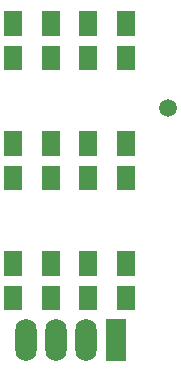
<source format=gbs>
G04 #@! TF.GenerationSoftware,KiCad,Pcbnew,6.0.10-86aedd382b~118~ubuntu22.04.1*
G04 #@! TF.CreationDate,2023-01-28T15:28:02-08:00*
G04 #@! TF.ProjectId,esp8266-dongle,65737038-3236-4362-9d64-6f6e676c652e,rev?*
G04 #@! TF.SameCoordinates,Original*
G04 #@! TF.FileFunction,Soldermask,Bot*
G04 #@! TF.FilePolarity,Negative*
%FSLAX46Y46*%
G04 Gerber Fmt 4.6, Leading zero omitted, Abs format (unit mm)*
G04 Created by KiCad (PCBNEW 6.0.10-86aedd382b~118~ubuntu22.04.1) date 2023-01-28 15:28:02*
%MOMM*%
%LPD*%
G01*
G04 APERTURE LIST*
G04 Aperture macros list*
%AMFreePoly0*
4,1,6,1.000000,0.000000,0.500000,-0.750000,-0.500000,-0.750000,-0.500000,0.750000,0.500000,0.750000,1.000000,0.000000,1.000000,0.000000,$1*%
G04 Aperture macros list end*
%ADD10R,1.800000X3.600000*%
%ADD11O,1.800000X3.600000*%
%ADD12R,1.500000X1.500000*%
%ADD13FreePoly0,90.000000*%
%ADD14FreePoly0,270.000000*%
%ADD15C,1.500000*%
G04 APERTURE END LIST*
D10*
G04 #@! TO.C,J1*
X120000000Y-106600000D03*
D11*
X117460000Y-106600000D03*
X114920000Y-106600000D03*
X112380000Y-106600000D03*
G04 #@! TD*
D12*
G04 #@! TO.C,JP9*
X111275000Y-100400000D03*
X111275000Y-102800000D03*
D13*
X111275000Y-103600000D03*
D14*
X111275000Y-99600000D03*
G04 #@! TD*
D15*
G04 #@! TO.C,TP1*
X124400000Y-86950000D03*
G04 #@! TD*
D12*
G04 #@! TO.C,JP4*
X120800000Y-90240000D03*
X120800000Y-92640000D03*
D13*
X120800000Y-93440000D03*
D14*
X120800000Y-89440000D03*
G04 #@! TD*
D12*
G04 #@! TO.C,JP7*
X114450000Y-92640000D03*
X114450000Y-90240000D03*
D13*
X114450000Y-93440000D03*
D14*
X114450000Y-89440000D03*
G04 #@! TD*
D12*
G04 #@! TO.C,JP12*
X117625000Y-100400000D03*
X117625000Y-102800000D03*
D13*
X117625000Y-103600000D03*
D14*
X117625000Y-99600000D03*
G04 #@! TD*
D12*
G04 #@! TO.C,JP8*
X117625000Y-92640000D03*
X117625000Y-90240000D03*
D13*
X117625000Y-93440000D03*
D14*
X117625000Y-89440000D03*
G04 #@! TD*
D12*
G04 #@! TO.C,JP5*
X114450000Y-80080000D03*
X114450000Y-82480000D03*
D13*
X114450000Y-83280000D03*
D14*
X114450000Y-79280000D03*
G04 #@! TD*
D12*
G04 #@! TO.C,JP3*
X111275000Y-92640000D03*
X111275000Y-90240000D03*
D13*
X111275000Y-93440000D03*
D14*
X111275000Y-89440000D03*
G04 #@! TD*
D12*
G04 #@! TO.C,JP10*
X120800000Y-100400000D03*
X120800000Y-102800000D03*
D13*
X120800000Y-103600000D03*
D14*
X120800000Y-99600000D03*
G04 #@! TD*
D12*
G04 #@! TO.C,JP6*
X117625000Y-80080000D03*
X117625000Y-82480000D03*
D13*
X117625000Y-83280000D03*
D14*
X117625000Y-79280000D03*
G04 #@! TD*
D12*
G04 #@! TO.C,JP11*
X114450000Y-100400000D03*
X114450000Y-102800000D03*
D13*
X114450000Y-103600000D03*
D14*
X114450000Y-99600000D03*
G04 #@! TD*
D12*
G04 #@! TO.C,JP2*
X120800000Y-80080000D03*
X120800000Y-82480000D03*
D13*
X120800000Y-83280000D03*
D14*
X120800000Y-79280000D03*
G04 #@! TD*
D12*
G04 #@! TO.C,JP1*
X111275000Y-80080000D03*
X111275000Y-82480000D03*
D13*
X111275000Y-83280000D03*
D14*
X111275000Y-79280000D03*
G04 #@! TD*
M02*

</source>
